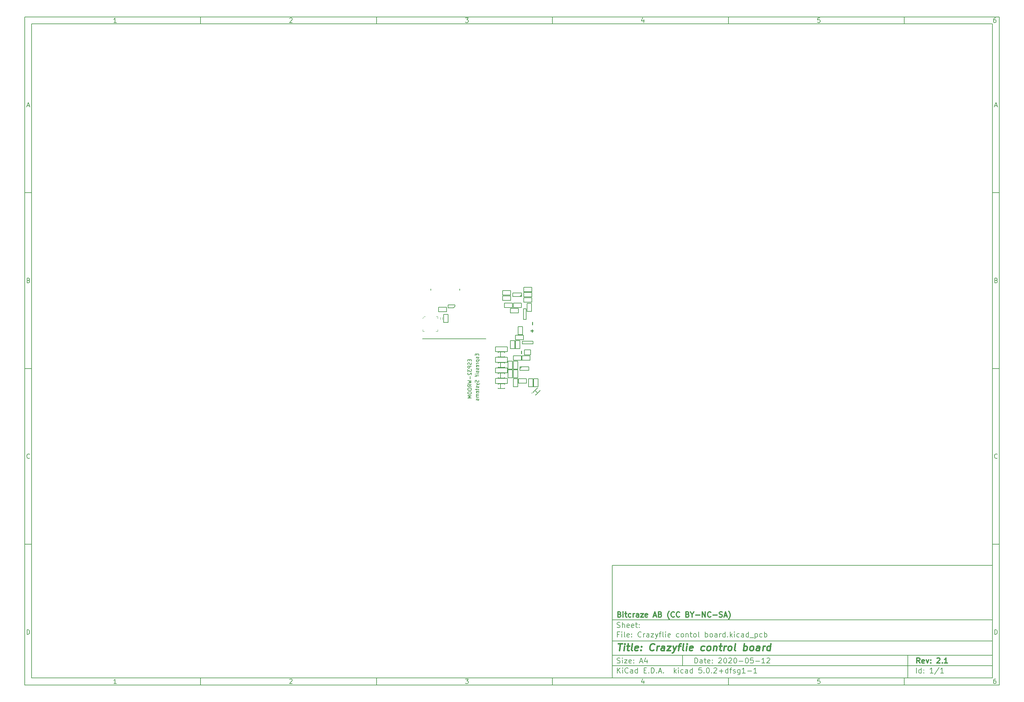
<source format=gbo>
G04 #@! TF.GenerationSoftware,KiCad,Pcbnew,5.0.2+dfsg1-1*
G04 #@! TF.CreationDate,2020-05-20T11:42:17+02:00*
G04 #@! TF.ProjectId,Crazyflie contol board,4372617a-7966-46c6-9965-20636f6e746f,2.1*
G04 #@! TF.SameCoordinates,PX85839e8PY6052f5c*
G04 #@! TF.FileFunction,Legend,Bot*
G04 #@! TF.FilePolarity,Positive*
%FSLAX46Y46*%
G04 Gerber Fmt 4.6, Leading zero omitted, Abs format (unit mm)*
G04 Created by KiCad (PCBNEW 5.0.2+dfsg1-1) date wo 20 mei 2020 11:42:17 CEST*
%MOMM*%
%LPD*%
G01*
G04 APERTURE LIST*
%ADD10C,0.150000*%
%ADD11C,0.300000*%
%ADD12C,0.400000*%
%ADD13C,0.248920*%
%ADD14C,0.250190*%
%ADD15C,0.251460*%
%ADD16C,0.200660*%
%ADD17C,0.127000*%
%ADD18C,0.100000*%
%ADD19C,0.120000*%
G04 APERTURE END LIST*
D10*
X37002480Y-65004100D02*
X37002480Y-97004100D01*
X145002480Y-97004100D01*
X145002480Y-65004100D01*
X37002480Y-65004100D01*
X-129999720Y91003100D02*
X-129999720Y-99004100D01*
X147002480Y-99004100D01*
X147002480Y91003100D01*
X-129999720Y91003100D01*
X-127999720Y89003100D02*
X-127999720Y-97004100D01*
X145002480Y-97004100D01*
X145002480Y89003100D01*
X-127999720Y89003100D01*
X-79999720Y89003100D02*
X-79999720Y91003100D01*
X-29999720Y89003100D02*
X-29999720Y91003100D01*
X20000280Y89003100D02*
X20000280Y91003100D01*
X70000280Y89003100D02*
X70000280Y91003100D01*
X120000280Y89003100D02*
X120000280Y91003100D01*
X-103934244Y89415005D02*
X-104677101Y89415005D01*
X-104305673Y89415005D02*
X-104305673Y90715005D01*
X-104429482Y90529291D01*
X-104553292Y90405481D01*
X-104677101Y90343577D01*
X-54677101Y90591196D02*
X-54615197Y90653100D01*
X-54491387Y90715005D01*
X-54181863Y90715005D01*
X-54058054Y90653100D01*
X-53996149Y90591196D01*
X-53934244Y90467386D01*
X-53934244Y90343577D01*
X-53996149Y90157862D01*
X-54739006Y89415005D01*
X-53934244Y89415005D01*
X-4739006Y90715005D02*
X-3934244Y90715005D01*
X-4367578Y90219767D01*
X-4181863Y90219767D01*
X-4058054Y90157862D01*
X-3996149Y90095958D01*
X-3934244Y89972148D01*
X-3934244Y89662624D01*
X-3996149Y89538815D01*
X-4058054Y89476910D01*
X-4181863Y89415005D01*
X-4553292Y89415005D01*
X-4677101Y89476910D01*
X-4739006Y89538815D01*
X45941946Y90281672D02*
X45941946Y89415005D01*
X45632422Y90776910D02*
X45322899Y89848339D01*
X46127660Y89848339D01*
X96003851Y90715005D02*
X95384803Y90715005D01*
X95322899Y90095958D01*
X95384803Y90157862D01*
X95508613Y90219767D01*
X95818137Y90219767D01*
X95941946Y90157862D01*
X96003851Y90095958D01*
X96065756Y89972148D01*
X96065756Y89662624D01*
X96003851Y89538815D01*
X95941946Y89476910D01*
X95818137Y89415005D01*
X95508613Y89415005D01*
X95384803Y89476910D01*
X95322899Y89538815D01*
X145941946Y90715005D02*
X145694327Y90715005D01*
X145570518Y90653100D01*
X145508613Y90591196D01*
X145384803Y90405481D01*
X145322899Y90157862D01*
X145322899Y89662624D01*
X145384803Y89538815D01*
X145446708Y89476910D01*
X145570518Y89415005D01*
X145818137Y89415005D01*
X145941946Y89476910D01*
X146003851Y89538815D01*
X146065756Y89662624D01*
X146065756Y89972148D01*
X146003851Y90095958D01*
X145941946Y90157862D01*
X145818137Y90219767D01*
X145570518Y90219767D01*
X145446708Y90157862D01*
X145384803Y90095958D01*
X145322899Y89972148D01*
X-79999720Y-97004100D02*
X-79999720Y-99004100D01*
X-29999720Y-97004100D02*
X-29999720Y-99004100D01*
X20000280Y-97004100D02*
X20000280Y-99004100D01*
X70000280Y-97004100D02*
X70000280Y-99004100D01*
X120000280Y-97004100D02*
X120000280Y-99004100D01*
X-103934244Y-98592195D02*
X-104677101Y-98592195D01*
X-104305673Y-98592195D02*
X-104305673Y-97292195D01*
X-104429482Y-97477909D01*
X-104553292Y-97601719D01*
X-104677101Y-97663623D01*
X-54677101Y-97416004D02*
X-54615197Y-97354100D01*
X-54491387Y-97292195D01*
X-54181863Y-97292195D01*
X-54058054Y-97354100D01*
X-53996149Y-97416004D01*
X-53934244Y-97539814D01*
X-53934244Y-97663623D01*
X-53996149Y-97849338D01*
X-54739006Y-98592195D01*
X-53934244Y-98592195D01*
X-4739006Y-97292195D02*
X-3934244Y-97292195D01*
X-4367578Y-97787433D01*
X-4181863Y-97787433D01*
X-4058054Y-97849338D01*
X-3996149Y-97911242D01*
X-3934244Y-98035052D01*
X-3934244Y-98344576D01*
X-3996149Y-98468385D01*
X-4058054Y-98530290D01*
X-4181863Y-98592195D01*
X-4553292Y-98592195D01*
X-4677101Y-98530290D01*
X-4739006Y-98468385D01*
X45941946Y-97725528D02*
X45941946Y-98592195D01*
X45632422Y-97230290D02*
X45322899Y-98158861D01*
X46127660Y-98158861D01*
X96003851Y-97292195D02*
X95384803Y-97292195D01*
X95322899Y-97911242D01*
X95384803Y-97849338D01*
X95508613Y-97787433D01*
X95818137Y-97787433D01*
X95941946Y-97849338D01*
X96003851Y-97911242D01*
X96065756Y-98035052D01*
X96065756Y-98344576D01*
X96003851Y-98468385D01*
X95941946Y-98530290D01*
X95818137Y-98592195D01*
X95508613Y-98592195D01*
X95384803Y-98530290D01*
X95322899Y-98468385D01*
X145941946Y-97292195D02*
X145694327Y-97292195D01*
X145570518Y-97354100D01*
X145508613Y-97416004D01*
X145384803Y-97601719D01*
X145322899Y-97849338D01*
X145322899Y-98344576D01*
X145384803Y-98468385D01*
X145446708Y-98530290D01*
X145570518Y-98592195D01*
X145818137Y-98592195D01*
X145941946Y-98530290D01*
X146003851Y-98468385D01*
X146065756Y-98344576D01*
X146065756Y-98035052D01*
X146003851Y-97911242D01*
X145941946Y-97849338D01*
X145818137Y-97787433D01*
X145570518Y-97787433D01*
X145446708Y-97849338D01*
X145384803Y-97911242D01*
X145322899Y-98035052D01*
X-129999720Y41003100D02*
X-127999720Y41003100D01*
X-129999720Y-8996900D02*
X-127999720Y-8996900D01*
X-129999720Y-58996900D02*
X-127999720Y-58996900D01*
X-129309244Y65786434D02*
X-128690197Y65786434D01*
X-129433054Y65415005D02*
X-128999720Y66715005D01*
X-128566387Y65415005D01*
X-128906863Y16095958D02*
X-128721149Y16034053D01*
X-128659244Y15972148D01*
X-128597340Y15848339D01*
X-128597340Y15662624D01*
X-128659244Y15538815D01*
X-128721149Y15476910D01*
X-128844959Y15415005D01*
X-129340197Y15415005D01*
X-129340197Y16715005D01*
X-128906863Y16715005D01*
X-128783054Y16653100D01*
X-128721149Y16591196D01*
X-128659244Y16467386D01*
X-128659244Y16343577D01*
X-128721149Y16219767D01*
X-128783054Y16157862D01*
X-128906863Y16095958D01*
X-129340197Y16095958D01*
X-128597340Y-34461185D02*
X-128659244Y-34523090D01*
X-128844959Y-34584995D01*
X-128968768Y-34584995D01*
X-129154482Y-34523090D01*
X-129278292Y-34399280D01*
X-129340197Y-34275471D01*
X-129402101Y-34027852D01*
X-129402101Y-33842138D01*
X-129340197Y-33594519D01*
X-129278292Y-33470709D01*
X-129154482Y-33346900D01*
X-128968768Y-33284995D01*
X-128844959Y-33284995D01*
X-128659244Y-33346900D01*
X-128597340Y-33408804D01*
X-129340197Y-84584995D02*
X-129340197Y-83284995D01*
X-129030673Y-83284995D01*
X-128844959Y-83346900D01*
X-128721149Y-83470709D01*
X-128659244Y-83594519D01*
X-128597340Y-83842138D01*
X-128597340Y-84027852D01*
X-128659244Y-84275471D01*
X-128721149Y-84399280D01*
X-128844959Y-84523090D01*
X-129030673Y-84584995D01*
X-129340197Y-84584995D01*
X147002480Y41003100D02*
X145002480Y41003100D01*
X147002480Y-8996900D02*
X145002480Y-8996900D01*
X147002480Y-58996900D02*
X145002480Y-58996900D01*
X145692956Y65786434D02*
X146312003Y65786434D01*
X145569146Y65415005D02*
X146002480Y66715005D01*
X146435813Y65415005D01*
X146095337Y16095958D02*
X146281051Y16034053D01*
X146342956Y15972148D01*
X146404860Y15848339D01*
X146404860Y15662624D01*
X146342956Y15538815D01*
X146281051Y15476910D01*
X146157241Y15415005D01*
X145662003Y15415005D01*
X145662003Y16715005D01*
X146095337Y16715005D01*
X146219146Y16653100D01*
X146281051Y16591196D01*
X146342956Y16467386D01*
X146342956Y16343577D01*
X146281051Y16219767D01*
X146219146Y16157862D01*
X146095337Y16095958D01*
X145662003Y16095958D01*
X146404860Y-34461185D02*
X146342956Y-34523090D01*
X146157241Y-34584995D01*
X146033432Y-34584995D01*
X145847718Y-34523090D01*
X145723908Y-34399280D01*
X145662003Y-34275471D01*
X145600099Y-34027852D01*
X145600099Y-33842138D01*
X145662003Y-33594519D01*
X145723908Y-33470709D01*
X145847718Y-33346900D01*
X146033432Y-33284995D01*
X146157241Y-33284995D01*
X146342956Y-33346900D01*
X146404860Y-33408804D01*
X145662003Y-84584995D02*
X145662003Y-83284995D01*
X145971527Y-83284995D01*
X146157241Y-83346900D01*
X146281051Y-83470709D01*
X146342956Y-83594519D01*
X146404860Y-83842138D01*
X146404860Y-84027852D01*
X146342956Y-84275471D01*
X146281051Y-84399280D01*
X146157241Y-84523090D01*
X145971527Y-84584995D01*
X145662003Y-84584995D01*
X60434622Y-92782671D02*
X60434622Y-91282671D01*
X60791765Y-91282671D01*
X61006051Y-91354100D01*
X61148908Y-91496957D01*
X61220337Y-91639814D01*
X61291765Y-91925528D01*
X61291765Y-92139814D01*
X61220337Y-92425528D01*
X61148908Y-92568385D01*
X61006051Y-92711242D01*
X60791765Y-92782671D01*
X60434622Y-92782671D01*
X62577480Y-92782671D02*
X62577480Y-91996957D01*
X62506051Y-91854100D01*
X62363194Y-91782671D01*
X62077480Y-91782671D01*
X61934622Y-91854100D01*
X62577480Y-92711242D02*
X62434622Y-92782671D01*
X62077480Y-92782671D01*
X61934622Y-92711242D01*
X61863194Y-92568385D01*
X61863194Y-92425528D01*
X61934622Y-92282671D01*
X62077480Y-92211242D01*
X62434622Y-92211242D01*
X62577480Y-92139814D01*
X63077480Y-91782671D02*
X63648908Y-91782671D01*
X63291765Y-91282671D02*
X63291765Y-92568385D01*
X63363194Y-92711242D01*
X63506051Y-92782671D01*
X63648908Y-92782671D01*
X64720337Y-92711242D02*
X64577480Y-92782671D01*
X64291765Y-92782671D01*
X64148908Y-92711242D01*
X64077480Y-92568385D01*
X64077480Y-91996957D01*
X64148908Y-91854100D01*
X64291765Y-91782671D01*
X64577480Y-91782671D01*
X64720337Y-91854100D01*
X64791765Y-91996957D01*
X64791765Y-92139814D01*
X64077480Y-92282671D01*
X65434622Y-92639814D02*
X65506051Y-92711242D01*
X65434622Y-92782671D01*
X65363194Y-92711242D01*
X65434622Y-92639814D01*
X65434622Y-92782671D01*
X65434622Y-91854100D02*
X65506051Y-91925528D01*
X65434622Y-91996957D01*
X65363194Y-91925528D01*
X65434622Y-91854100D01*
X65434622Y-91996957D01*
X67220337Y-91425528D02*
X67291765Y-91354100D01*
X67434622Y-91282671D01*
X67791765Y-91282671D01*
X67934622Y-91354100D01*
X68006051Y-91425528D01*
X68077480Y-91568385D01*
X68077480Y-91711242D01*
X68006051Y-91925528D01*
X67148908Y-92782671D01*
X68077480Y-92782671D01*
X69006051Y-91282671D02*
X69148908Y-91282671D01*
X69291765Y-91354100D01*
X69363194Y-91425528D01*
X69434622Y-91568385D01*
X69506051Y-91854100D01*
X69506051Y-92211242D01*
X69434622Y-92496957D01*
X69363194Y-92639814D01*
X69291765Y-92711242D01*
X69148908Y-92782671D01*
X69006051Y-92782671D01*
X68863194Y-92711242D01*
X68791765Y-92639814D01*
X68720337Y-92496957D01*
X68648908Y-92211242D01*
X68648908Y-91854100D01*
X68720337Y-91568385D01*
X68791765Y-91425528D01*
X68863194Y-91354100D01*
X69006051Y-91282671D01*
X70077480Y-91425528D02*
X70148908Y-91354100D01*
X70291765Y-91282671D01*
X70648908Y-91282671D01*
X70791765Y-91354100D01*
X70863194Y-91425528D01*
X70934622Y-91568385D01*
X70934622Y-91711242D01*
X70863194Y-91925528D01*
X70006051Y-92782671D01*
X70934622Y-92782671D01*
X71863194Y-91282671D02*
X72006051Y-91282671D01*
X72148908Y-91354100D01*
X72220337Y-91425528D01*
X72291765Y-91568385D01*
X72363194Y-91854100D01*
X72363194Y-92211242D01*
X72291765Y-92496957D01*
X72220337Y-92639814D01*
X72148908Y-92711242D01*
X72006051Y-92782671D01*
X71863194Y-92782671D01*
X71720337Y-92711242D01*
X71648908Y-92639814D01*
X71577480Y-92496957D01*
X71506051Y-92211242D01*
X71506051Y-91854100D01*
X71577480Y-91568385D01*
X71648908Y-91425528D01*
X71720337Y-91354100D01*
X71863194Y-91282671D01*
X73006051Y-92211242D02*
X74148908Y-92211242D01*
X75148908Y-91282671D02*
X75291765Y-91282671D01*
X75434622Y-91354100D01*
X75506051Y-91425528D01*
X75577480Y-91568385D01*
X75648908Y-91854100D01*
X75648908Y-92211242D01*
X75577480Y-92496957D01*
X75506051Y-92639814D01*
X75434622Y-92711242D01*
X75291765Y-92782671D01*
X75148908Y-92782671D01*
X75006051Y-92711242D01*
X74934622Y-92639814D01*
X74863194Y-92496957D01*
X74791765Y-92211242D01*
X74791765Y-91854100D01*
X74863194Y-91568385D01*
X74934622Y-91425528D01*
X75006051Y-91354100D01*
X75148908Y-91282671D01*
X77006051Y-91282671D02*
X76291765Y-91282671D01*
X76220337Y-91996957D01*
X76291765Y-91925528D01*
X76434622Y-91854100D01*
X76791765Y-91854100D01*
X76934622Y-91925528D01*
X77006051Y-91996957D01*
X77077480Y-92139814D01*
X77077480Y-92496957D01*
X77006051Y-92639814D01*
X76934622Y-92711242D01*
X76791765Y-92782671D01*
X76434622Y-92782671D01*
X76291765Y-92711242D01*
X76220337Y-92639814D01*
X77720337Y-92211242D02*
X78863194Y-92211242D01*
X80363194Y-92782671D02*
X79506051Y-92782671D01*
X79934622Y-92782671D02*
X79934622Y-91282671D01*
X79791765Y-91496957D01*
X79648908Y-91639814D01*
X79506051Y-91711242D01*
X80934622Y-91425528D02*
X81006051Y-91354100D01*
X81148908Y-91282671D01*
X81506051Y-91282671D01*
X81648908Y-91354100D01*
X81720337Y-91425528D01*
X81791765Y-91568385D01*
X81791765Y-91711242D01*
X81720337Y-91925528D01*
X80863194Y-92782671D01*
X81791765Y-92782671D01*
X37002480Y-93504100D02*
X145002480Y-93504100D01*
X38434622Y-95582671D02*
X38434622Y-94082671D01*
X39291765Y-95582671D02*
X38648908Y-94725528D01*
X39291765Y-94082671D02*
X38434622Y-94939814D01*
X39934622Y-95582671D02*
X39934622Y-94582671D01*
X39934622Y-94082671D02*
X39863194Y-94154100D01*
X39934622Y-94225528D01*
X40006051Y-94154100D01*
X39934622Y-94082671D01*
X39934622Y-94225528D01*
X41506051Y-95439814D02*
X41434622Y-95511242D01*
X41220337Y-95582671D01*
X41077480Y-95582671D01*
X40863194Y-95511242D01*
X40720337Y-95368385D01*
X40648908Y-95225528D01*
X40577480Y-94939814D01*
X40577480Y-94725528D01*
X40648908Y-94439814D01*
X40720337Y-94296957D01*
X40863194Y-94154100D01*
X41077480Y-94082671D01*
X41220337Y-94082671D01*
X41434622Y-94154100D01*
X41506051Y-94225528D01*
X42791765Y-95582671D02*
X42791765Y-94796957D01*
X42720337Y-94654100D01*
X42577480Y-94582671D01*
X42291765Y-94582671D01*
X42148908Y-94654100D01*
X42791765Y-95511242D02*
X42648908Y-95582671D01*
X42291765Y-95582671D01*
X42148908Y-95511242D01*
X42077480Y-95368385D01*
X42077480Y-95225528D01*
X42148908Y-95082671D01*
X42291765Y-95011242D01*
X42648908Y-95011242D01*
X42791765Y-94939814D01*
X44148908Y-95582671D02*
X44148908Y-94082671D01*
X44148908Y-95511242D02*
X44006051Y-95582671D01*
X43720337Y-95582671D01*
X43577480Y-95511242D01*
X43506051Y-95439814D01*
X43434622Y-95296957D01*
X43434622Y-94868385D01*
X43506051Y-94725528D01*
X43577480Y-94654100D01*
X43720337Y-94582671D01*
X44006051Y-94582671D01*
X44148908Y-94654100D01*
X46006051Y-94796957D02*
X46506051Y-94796957D01*
X46720337Y-95582671D02*
X46006051Y-95582671D01*
X46006051Y-94082671D01*
X46720337Y-94082671D01*
X47363194Y-95439814D02*
X47434622Y-95511242D01*
X47363194Y-95582671D01*
X47291765Y-95511242D01*
X47363194Y-95439814D01*
X47363194Y-95582671D01*
X48077480Y-95582671D02*
X48077480Y-94082671D01*
X48434622Y-94082671D01*
X48648908Y-94154100D01*
X48791765Y-94296957D01*
X48863194Y-94439814D01*
X48934622Y-94725528D01*
X48934622Y-94939814D01*
X48863194Y-95225528D01*
X48791765Y-95368385D01*
X48648908Y-95511242D01*
X48434622Y-95582671D01*
X48077480Y-95582671D01*
X49577480Y-95439814D02*
X49648908Y-95511242D01*
X49577480Y-95582671D01*
X49506051Y-95511242D01*
X49577480Y-95439814D01*
X49577480Y-95582671D01*
X50220337Y-95154100D02*
X50934622Y-95154100D01*
X50077480Y-95582671D02*
X50577480Y-94082671D01*
X51077480Y-95582671D01*
X51577480Y-95439814D02*
X51648908Y-95511242D01*
X51577480Y-95582671D01*
X51506051Y-95511242D01*
X51577480Y-95439814D01*
X51577480Y-95582671D01*
X54577480Y-95582671D02*
X54577480Y-94082671D01*
X54720337Y-95011242D02*
X55148908Y-95582671D01*
X55148908Y-94582671D02*
X54577480Y-95154100D01*
X55791765Y-95582671D02*
X55791765Y-94582671D01*
X55791765Y-94082671D02*
X55720337Y-94154100D01*
X55791765Y-94225528D01*
X55863194Y-94154100D01*
X55791765Y-94082671D01*
X55791765Y-94225528D01*
X57148908Y-95511242D02*
X57006051Y-95582671D01*
X56720337Y-95582671D01*
X56577480Y-95511242D01*
X56506051Y-95439814D01*
X56434622Y-95296957D01*
X56434622Y-94868385D01*
X56506051Y-94725528D01*
X56577480Y-94654100D01*
X56720337Y-94582671D01*
X57006051Y-94582671D01*
X57148908Y-94654100D01*
X58434622Y-95582671D02*
X58434622Y-94796957D01*
X58363194Y-94654100D01*
X58220337Y-94582671D01*
X57934622Y-94582671D01*
X57791765Y-94654100D01*
X58434622Y-95511242D02*
X58291765Y-95582671D01*
X57934622Y-95582671D01*
X57791765Y-95511242D01*
X57720337Y-95368385D01*
X57720337Y-95225528D01*
X57791765Y-95082671D01*
X57934622Y-95011242D01*
X58291765Y-95011242D01*
X58434622Y-94939814D01*
X59791765Y-95582671D02*
X59791765Y-94082671D01*
X59791765Y-95511242D02*
X59648908Y-95582671D01*
X59363194Y-95582671D01*
X59220337Y-95511242D01*
X59148908Y-95439814D01*
X59077480Y-95296957D01*
X59077480Y-94868385D01*
X59148908Y-94725528D01*
X59220337Y-94654100D01*
X59363194Y-94582671D01*
X59648908Y-94582671D01*
X59791765Y-94654100D01*
X62363194Y-94082671D02*
X61648908Y-94082671D01*
X61577480Y-94796957D01*
X61648908Y-94725528D01*
X61791765Y-94654100D01*
X62148908Y-94654100D01*
X62291765Y-94725528D01*
X62363194Y-94796957D01*
X62434622Y-94939814D01*
X62434622Y-95296957D01*
X62363194Y-95439814D01*
X62291765Y-95511242D01*
X62148908Y-95582671D01*
X61791765Y-95582671D01*
X61648908Y-95511242D01*
X61577480Y-95439814D01*
X63077480Y-95439814D02*
X63148908Y-95511242D01*
X63077480Y-95582671D01*
X63006051Y-95511242D01*
X63077480Y-95439814D01*
X63077480Y-95582671D01*
X64077480Y-94082671D02*
X64220337Y-94082671D01*
X64363194Y-94154100D01*
X64434622Y-94225528D01*
X64506051Y-94368385D01*
X64577480Y-94654100D01*
X64577480Y-95011242D01*
X64506051Y-95296957D01*
X64434622Y-95439814D01*
X64363194Y-95511242D01*
X64220337Y-95582671D01*
X64077480Y-95582671D01*
X63934622Y-95511242D01*
X63863194Y-95439814D01*
X63791765Y-95296957D01*
X63720337Y-95011242D01*
X63720337Y-94654100D01*
X63791765Y-94368385D01*
X63863194Y-94225528D01*
X63934622Y-94154100D01*
X64077480Y-94082671D01*
X65220337Y-95439814D02*
X65291765Y-95511242D01*
X65220337Y-95582671D01*
X65148908Y-95511242D01*
X65220337Y-95439814D01*
X65220337Y-95582671D01*
X65863194Y-94225528D02*
X65934622Y-94154100D01*
X66077480Y-94082671D01*
X66434622Y-94082671D01*
X66577480Y-94154100D01*
X66648908Y-94225528D01*
X66720337Y-94368385D01*
X66720337Y-94511242D01*
X66648908Y-94725528D01*
X65791765Y-95582671D01*
X66720337Y-95582671D01*
X67363194Y-95011242D02*
X68506051Y-95011242D01*
X67934622Y-95582671D02*
X67934622Y-94439814D01*
X69863194Y-95582671D02*
X69863194Y-94082671D01*
X69863194Y-95511242D02*
X69720337Y-95582671D01*
X69434622Y-95582671D01*
X69291765Y-95511242D01*
X69220337Y-95439814D01*
X69148908Y-95296957D01*
X69148908Y-94868385D01*
X69220337Y-94725528D01*
X69291765Y-94654100D01*
X69434622Y-94582671D01*
X69720337Y-94582671D01*
X69863194Y-94654100D01*
X70363194Y-94582671D02*
X70934622Y-94582671D01*
X70577480Y-95582671D02*
X70577480Y-94296957D01*
X70648908Y-94154100D01*
X70791765Y-94082671D01*
X70934622Y-94082671D01*
X71363194Y-95511242D02*
X71506051Y-95582671D01*
X71791765Y-95582671D01*
X71934622Y-95511242D01*
X72006051Y-95368385D01*
X72006051Y-95296957D01*
X71934622Y-95154100D01*
X71791765Y-95082671D01*
X71577480Y-95082671D01*
X71434622Y-95011242D01*
X71363194Y-94868385D01*
X71363194Y-94796957D01*
X71434622Y-94654100D01*
X71577480Y-94582671D01*
X71791765Y-94582671D01*
X71934622Y-94654100D01*
X73291765Y-94582671D02*
X73291765Y-95796957D01*
X73220337Y-95939814D01*
X73148908Y-96011242D01*
X73006051Y-96082671D01*
X72791765Y-96082671D01*
X72648908Y-96011242D01*
X73291765Y-95511242D02*
X73148908Y-95582671D01*
X72863194Y-95582671D01*
X72720337Y-95511242D01*
X72648908Y-95439814D01*
X72577480Y-95296957D01*
X72577480Y-94868385D01*
X72648908Y-94725528D01*
X72720337Y-94654100D01*
X72863194Y-94582671D01*
X73148908Y-94582671D01*
X73291765Y-94654100D01*
X74791765Y-95582671D02*
X73934622Y-95582671D01*
X74363194Y-95582671D02*
X74363194Y-94082671D01*
X74220337Y-94296957D01*
X74077480Y-94439814D01*
X73934622Y-94511242D01*
X75434622Y-95011242D02*
X76577480Y-95011242D01*
X78077480Y-95582671D02*
X77220337Y-95582671D01*
X77648908Y-95582671D02*
X77648908Y-94082671D01*
X77506051Y-94296957D01*
X77363194Y-94439814D01*
X77220337Y-94511242D01*
X37002480Y-90504100D02*
X145002480Y-90504100D01*
D11*
X124411765Y-92782671D02*
X123911765Y-92068385D01*
X123554622Y-92782671D02*
X123554622Y-91282671D01*
X124126051Y-91282671D01*
X124268908Y-91354100D01*
X124340337Y-91425528D01*
X124411765Y-91568385D01*
X124411765Y-91782671D01*
X124340337Y-91925528D01*
X124268908Y-91996957D01*
X124126051Y-92068385D01*
X123554622Y-92068385D01*
X125626051Y-92711242D02*
X125483194Y-92782671D01*
X125197480Y-92782671D01*
X125054622Y-92711242D01*
X124983194Y-92568385D01*
X124983194Y-91996957D01*
X125054622Y-91854100D01*
X125197480Y-91782671D01*
X125483194Y-91782671D01*
X125626051Y-91854100D01*
X125697480Y-91996957D01*
X125697480Y-92139814D01*
X124983194Y-92282671D01*
X126197480Y-91782671D02*
X126554622Y-92782671D01*
X126911765Y-91782671D01*
X127483194Y-92639814D02*
X127554622Y-92711242D01*
X127483194Y-92782671D01*
X127411765Y-92711242D01*
X127483194Y-92639814D01*
X127483194Y-92782671D01*
X127483194Y-91854100D02*
X127554622Y-91925528D01*
X127483194Y-91996957D01*
X127411765Y-91925528D01*
X127483194Y-91854100D01*
X127483194Y-91996957D01*
X129268908Y-91425528D02*
X129340337Y-91354100D01*
X129483194Y-91282671D01*
X129840337Y-91282671D01*
X129983194Y-91354100D01*
X130054622Y-91425528D01*
X130126051Y-91568385D01*
X130126051Y-91711242D01*
X130054622Y-91925528D01*
X129197480Y-92782671D01*
X130126051Y-92782671D01*
X130768908Y-92639814D02*
X130840337Y-92711242D01*
X130768908Y-92782671D01*
X130697480Y-92711242D01*
X130768908Y-92639814D01*
X130768908Y-92782671D01*
X132268908Y-92782671D02*
X131411765Y-92782671D01*
X131840337Y-92782671D02*
X131840337Y-91282671D01*
X131697480Y-91496957D01*
X131554622Y-91639814D01*
X131411765Y-91711242D01*
D10*
X38363194Y-92711242D02*
X38577480Y-92782671D01*
X38934622Y-92782671D01*
X39077480Y-92711242D01*
X39148908Y-92639814D01*
X39220337Y-92496957D01*
X39220337Y-92354100D01*
X39148908Y-92211242D01*
X39077480Y-92139814D01*
X38934622Y-92068385D01*
X38648908Y-91996957D01*
X38506051Y-91925528D01*
X38434622Y-91854100D01*
X38363194Y-91711242D01*
X38363194Y-91568385D01*
X38434622Y-91425528D01*
X38506051Y-91354100D01*
X38648908Y-91282671D01*
X39006051Y-91282671D01*
X39220337Y-91354100D01*
X39863194Y-92782671D02*
X39863194Y-91782671D01*
X39863194Y-91282671D02*
X39791765Y-91354100D01*
X39863194Y-91425528D01*
X39934622Y-91354100D01*
X39863194Y-91282671D01*
X39863194Y-91425528D01*
X40434622Y-91782671D02*
X41220337Y-91782671D01*
X40434622Y-92782671D01*
X41220337Y-92782671D01*
X42363194Y-92711242D02*
X42220337Y-92782671D01*
X41934622Y-92782671D01*
X41791765Y-92711242D01*
X41720337Y-92568385D01*
X41720337Y-91996957D01*
X41791765Y-91854100D01*
X41934622Y-91782671D01*
X42220337Y-91782671D01*
X42363194Y-91854100D01*
X42434622Y-91996957D01*
X42434622Y-92139814D01*
X41720337Y-92282671D01*
X43077480Y-92639814D02*
X43148908Y-92711242D01*
X43077480Y-92782671D01*
X43006051Y-92711242D01*
X43077480Y-92639814D01*
X43077480Y-92782671D01*
X43077480Y-91854100D02*
X43148908Y-91925528D01*
X43077480Y-91996957D01*
X43006051Y-91925528D01*
X43077480Y-91854100D01*
X43077480Y-91996957D01*
X44863194Y-92354100D02*
X45577480Y-92354100D01*
X44720337Y-92782671D02*
X45220337Y-91282671D01*
X45720337Y-92782671D01*
X46863194Y-91782671D02*
X46863194Y-92782671D01*
X46506051Y-91211242D02*
X46148908Y-92282671D01*
X47077480Y-92282671D01*
X123434622Y-95582671D02*
X123434622Y-94082671D01*
X124791765Y-95582671D02*
X124791765Y-94082671D01*
X124791765Y-95511242D02*
X124648908Y-95582671D01*
X124363194Y-95582671D01*
X124220337Y-95511242D01*
X124148908Y-95439814D01*
X124077480Y-95296957D01*
X124077480Y-94868385D01*
X124148908Y-94725528D01*
X124220337Y-94654100D01*
X124363194Y-94582671D01*
X124648908Y-94582671D01*
X124791765Y-94654100D01*
X125506051Y-95439814D02*
X125577480Y-95511242D01*
X125506051Y-95582671D01*
X125434622Y-95511242D01*
X125506051Y-95439814D01*
X125506051Y-95582671D01*
X125506051Y-94654100D02*
X125577480Y-94725528D01*
X125506051Y-94796957D01*
X125434622Y-94725528D01*
X125506051Y-94654100D01*
X125506051Y-94796957D01*
X128148908Y-95582671D02*
X127291765Y-95582671D01*
X127720337Y-95582671D02*
X127720337Y-94082671D01*
X127577480Y-94296957D01*
X127434622Y-94439814D01*
X127291765Y-94511242D01*
X129863194Y-94011242D02*
X128577480Y-95939814D01*
X131148908Y-95582671D02*
X130291765Y-95582671D01*
X130720337Y-95582671D02*
X130720337Y-94082671D01*
X130577480Y-94296957D01*
X130434622Y-94439814D01*
X130291765Y-94511242D01*
X37002480Y-86504100D02*
X145002480Y-86504100D01*
D12*
X38714860Y-87208861D02*
X39857718Y-87208861D01*
X39036289Y-89208861D02*
X39286289Y-87208861D01*
X40274384Y-89208861D02*
X40441051Y-87875528D01*
X40524384Y-87208861D02*
X40417241Y-87304100D01*
X40500575Y-87399338D01*
X40607718Y-87304100D01*
X40524384Y-87208861D01*
X40500575Y-87399338D01*
X41107718Y-87875528D02*
X41869622Y-87875528D01*
X41476765Y-87208861D02*
X41262480Y-88923147D01*
X41333908Y-89113623D01*
X41512480Y-89208861D01*
X41702956Y-89208861D01*
X42655337Y-89208861D02*
X42476765Y-89113623D01*
X42405337Y-88923147D01*
X42619622Y-87208861D01*
X44191051Y-89113623D02*
X43988670Y-89208861D01*
X43607718Y-89208861D01*
X43429146Y-89113623D01*
X43357718Y-88923147D01*
X43452956Y-88161242D01*
X43572003Y-87970766D01*
X43774384Y-87875528D01*
X44155337Y-87875528D01*
X44333908Y-87970766D01*
X44405337Y-88161242D01*
X44381527Y-88351719D01*
X43405337Y-88542195D01*
X45155337Y-89018385D02*
X45238670Y-89113623D01*
X45131527Y-89208861D01*
X45048194Y-89113623D01*
X45155337Y-89018385D01*
X45131527Y-89208861D01*
X45286289Y-87970766D02*
X45369622Y-88066004D01*
X45262480Y-88161242D01*
X45179146Y-88066004D01*
X45286289Y-87970766D01*
X45262480Y-88161242D01*
X48774384Y-89018385D02*
X48667241Y-89113623D01*
X48369622Y-89208861D01*
X48179146Y-89208861D01*
X47905337Y-89113623D01*
X47738670Y-88923147D01*
X47667241Y-88732671D01*
X47619622Y-88351719D01*
X47655337Y-88066004D01*
X47798194Y-87685052D01*
X47917241Y-87494576D01*
X48131527Y-87304100D01*
X48429146Y-87208861D01*
X48619622Y-87208861D01*
X48893432Y-87304100D01*
X48976765Y-87399338D01*
X49607718Y-89208861D02*
X49774384Y-87875528D01*
X49726765Y-88256480D02*
X49845813Y-88066004D01*
X49952956Y-87970766D01*
X50155337Y-87875528D01*
X50345813Y-87875528D01*
X51702956Y-89208861D02*
X51833908Y-88161242D01*
X51762480Y-87970766D01*
X51583908Y-87875528D01*
X51202956Y-87875528D01*
X51000575Y-87970766D01*
X51714860Y-89113623D02*
X51512480Y-89208861D01*
X51036289Y-89208861D01*
X50857718Y-89113623D01*
X50786289Y-88923147D01*
X50810099Y-88732671D01*
X50929146Y-88542195D01*
X51131527Y-88446957D01*
X51607718Y-88446957D01*
X51810099Y-88351719D01*
X52631527Y-87875528D02*
X53679146Y-87875528D01*
X52464860Y-89208861D01*
X53512480Y-89208861D01*
X54250575Y-87875528D02*
X54560099Y-89208861D01*
X55202956Y-87875528D02*
X54560099Y-89208861D01*
X54310099Y-89685052D01*
X54202956Y-89780290D01*
X54000575Y-89875528D01*
X55679146Y-87875528D02*
X56441051Y-87875528D01*
X55798194Y-89208861D02*
X56012480Y-87494576D01*
X56131527Y-87304100D01*
X56333908Y-87208861D01*
X56524384Y-87208861D01*
X57226765Y-89208861D02*
X57048194Y-89113623D01*
X56976765Y-88923147D01*
X57191051Y-87208861D01*
X57988670Y-89208861D02*
X58155337Y-87875528D01*
X58238670Y-87208861D02*
X58131527Y-87304100D01*
X58214860Y-87399338D01*
X58322003Y-87304100D01*
X58238670Y-87208861D01*
X58214860Y-87399338D01*
X59714860Y-89113623D02*
X59512480Y-89208861D01*
X59131527Y-89208861D01*
X58952956Y-89113623D01*
X58881527Y-88923147D01*
X58976765Y-88161242D01*
X59095813Y-87970766D01*
X59298194Y-87875528D01*
X59679146Y-87875528D01*
X59857718Y-87970766D01*
X59929146Y-88161242D01*
X59905337Y-88351719D01*
X58929146Y-88542195D01*
X63048194Y-89113623D02*
X62845813Y-89208861D01*
X62464860Y-89208861D01*
X62286289Y-89113623D01*
X62202956Y-89018385D01*
X62131527Y-88827909D01*
X62202956Y-88256480D01*
X62322003Y-88066004D01*
X62429146Y-87970766D01*
X62631527Y-87875528D01*
X63012480Y-87875528D01*
X63191051Y-87970766D01*
X64179146Y-89208861D02*
X64000575Y-89113623D01*
X63917241Y-89018385D01*
X63845813Y-88827909D01*
X63917241Y-88256480D01*
X64036289Y-88066004D01*
X64143432Y-87970766D01*
X64345813Y-87875528D01*
X64631527Y-87875528D01*
X64810099Y-87970766D01*
X64893432Y-88066004D01*
X64964860Y-88256480D01*
X64893432Y-88827909D01*
X64774384Y-89018385D01*
X64667241Y-89113623D01*
X64464860Y-89208861D01*
X64179146Y-89208861D01*
X65869622Y-87875528D02*
X65702956Y-89208861D01*
X65845813Y-88066004D02*
X65952956Y-87970766D01*
X66155337Y-87875528D01*
X66441051Y-87875528D01*
X66619622Y-87970766D01*
X66691051Y-88161242D01*
X66560099Y-89208861D01*
X67393432Y-87875528D02*
X68155337Y-87875528D01*
X67762480Y-87208861D02*
X67548194Y-88923147D01*
X67619622Y-89113623D01*
X67798194Y-89208861D01*
X67988670Y-89208861D01*
X68655337Y-89208861D02*
X68822003Y-87875528D01*
X68774384Y-88256480D02*
X68893432Y-88066004D01*
X69000575Y-87970766D01*
X69202956Y-87875528D01*
X69393432Y-87875528D01*
X70179146Y-89208861D02*
X70000575Y-89113623D01*
X69917241Y-89018385D01*
X69845813Y-88827909D01*
X69917241Y-88256480D01*
X70036289Y-88066004D01*
X70143432Y-87970766D01*
X70345813Y-87875528D01*
X70631527Y-87875528D01*
X70810099Y-87970766D01*
X70893432Y-88066004D01*
X70964860Y-88256480D01*
X70893432Y-88827909D01*
X70774384Y-89018385D01*
X70667241Y-89113623D01*
X70464860Y-89208861D01*
X70179146Y-89208861D01*
X71988670Y-89208861D02*
X71810099Y-89113623D01*
X71738670Y-88923147D01*
X71952956Y-87208861D01*
X74274384Y-89208861D02*
X74524384Y-87208861D01*
X74429146Y-87970766D02*
X74631527Y-87875528D01*
X75012480Y-87875528D01*
X75191051Y-87970766D01*
X75274384Y-88066004D01*
X75345813Y-88256480D01*
X75274384Y-88827909D01*
X75155337Y-89018385D01*
X75048194Y-89113623D01*
X74845813Y-89208861D01*
X74464860Y-89208861D01*
X74286289Y-89113623D01*
X76369622Y-89208861D02*
X76191051Y-89113623D01*
X76107718Y-89018385D01*
X76036289Y-88827909D01*
X76107718Y-88256480D01*
X76226765Y-88066004D01*
X76333908Y-87970766D01*
X76536289Y-87875528D01*
X76822003Y-87875528D01*
X77000575Y-87970766D01*
X77083908Y-88066004D01*
X77155337Y-88256480D01*
X77083908Y-88827909D01*
X76964860Y-89018385D01*
X76857718Y-89113623D01*
X76655337Y-89208861D01*
X76369622Y-89208861D01*
X78750575Y-89208861D02*
X78881527Y-88161242D01*
X78810099Y-87970766D01*
X78631527Y-87875528D01*
X78250575Y-87875528D01*
X78048194Y-87970766D01*
X78762480Y-89113623D02*
X78560099Y-89208861D01*
X78083908Y-89208861D01*
X77905337Y-89113623D01*
X77833908Y-88923147D01*
X77857718Y-88732671D01*
X77976765Y-88542195D01*
X78179146Y-88446957D01*
X78655337Y-88446957D01*
X78857718Y-88351719D01*
X79702956Y-89208861D02*
X79869622Y-87875528D01*
X79822003Y-88256480D02*
X79941051Y-88066004D01*
X80048194Y-87970766D01*
X80250575Y-87875528D01*
X80441051Y-87875528D01*
X81798194Y-89208861D02*
X82048194Y-87208861D01*
X81810099Y-89113623D02*
X81607718Y-89208861D01*
X81226765Y-89208861D01*
X81048194Y-89113623D01*
X80964860Y-89018385D01*
X80893432Y-88827909D01*
X80964860Y-88256480D01*
X81083908Y-88066004D01*
X81191051Y-87970766D01*
X81393432Y-87875528D01*
X81774384Y-87875528D01*
X81952956Y-87970766D01*
D10*
X38934622Y-84596957D02*
X38434622Y-84596957D01*
X38434622Y-85382671D02*
X38434622Y-83882671D01*
X39148908Y-83882671D01*
X39720337Y-85382671D02*
X39720337Y-84382671D01*
X39720337Y-83882671D02*
X39648908Y-83954100D01*
X39720337Y-84025528D01*
X39791765Y-83954100D01*
X39720337Y-83882671D01*
X39720337Y-84025528D01*
X40648908Y-85382671D02*
X40506051Y-85311242D01*
X40434622Y-85168385D01*
X40434622Y-83882671D01*
X41791765Y-85311242D02*
X41648908Y-85382671D01*
X41363194Y-85382671D01*
X41220337Y-85311242D01*
X41148908Y-85168385D01*
X41148908Y-84596957D01*
X41220337Y-84454100D01*
X41363194Y-84382671D01*
X41648908Y-84382671D01*
X41791765Y-84454100D01*
X41863194Y-84596957D01*
X41863194Y-84739814D01*
X41148908Y-84882671D01*
X42506051Y-85239814D02*
X42577480Y-85311242D01*
X42506051Y-85382671D01*
X42434622Y-85311242D01*
X42506051Y-85239814D01*
X42506051Y-85382671D01*
X42506051Y-84454100D02*
X42577480Y-84525528D01*
X42506051Y-84596957D01*
X42434622Y-84525528D01*
X42506051Y-84454100D01*
X42506051Y-84596957D01*
X45220337Y-85239814D02*
X45148908Y-85311242D01*
X44934622Y-85382671D01*
X44791765Y-85382671D01*
X44577480Y-85311242D01*
X44434622Y-85168385D01*
X44363194Y-85025528D01*
X44291765Y-84739814D01*
X44291765Y-84525528D01*
X44363194Y-84239814D01*
X44434622Y-84096957D01*
X44577480Y-83954100D01*
X44791765Y-83882671D01*
X44934622Y-83882671D01*
X45148908Y-83954100D01*
X45220337Y-84025528D01*
X45863194Y-85382671D02*
X45863194Y-84382671D01*
X45863194Y-84668385D02*
X45934622Y-84525528D01*
X46006051Y-84454100D01*
X46148908Y-84382671D01*
X46291765Y-84382671D01*
X47434622Y-85382671D02*
X47434622Y-84596957D01*
X47363194Y-84454100D01*
X47220337Y-84382671D01*
X46934622Y-84382671D01*
X46791765Y-84454100D01*
X47434622Y-85311242D02*
X47291765Y-85382671D01*
X46934622Y-85382671D01*
X46791765Y-85311242D01*
X46720337Y-85168385D01*
X46720337Y-85025528D01*
X46791765Y-84882671D01*
X46934622Y-84811242D01*
X47291765Y-84811242D01*
X47434622Y-84739814D01*
X48006051Y-84382671D02*
X48791765Y-84382671D01*
X48006051Y-85382671D01*
X48791765Y-85382671D01*
X49220337Y-84382671D02*
X49577480Y-85382671D01*
X49934622Y-84382671D02*
X49577480Y-85382671D01*
X49434622Y-85739814D01*
X49363194Y-85811242D01*
X49220337Y-85882671D01*
X50291765Y-84382671D02*
X50863194Y-84382671D01*
X50506051Y-85382671D02*
X50506051Y-84096957D01*
X50577480Y-83954100D01*
X50720337Y-83882671D01*
X50863194Y-83882671D01*
X51577480Y-85382671D02*
X51434622Y-85311242D01*
X51363194Y-85168385D01*
X51363194Y-83882671D01*
X52148908Y-85382671D02*
X52148908Y-84382671D01*
X52148908Y-83882671D02*
X52077480Y-83954100D01*
X52148908Y-84025528D01*
X52220337Y-83954100D01*
X52148908Y-83882671D01*
X52148908Y-84025528D01*
X53434622Y-85311242D02*
X53291765Y-85382671D01*
X53006051Y-85382671D01*
X52863194Y-85311242D01*
X52791765Y-85168385D01*
X52791765Y-84596957D01*
X52863194Y-84454100D01*
X53006051Y-84382671D01*
X53291765Y-84382671D01*
X53434622Y-84454100D01*
X53506051Y-84596957D01*
X53506051Y-84739814D01*
X52791765Y-84882671D01*
X55934622Y-85311242D02*
X55791765Y-85382671D01*
X55506051Y-85382671D01*
X55363194Y-85311242D01*
X55291765Y-85239814D01*
X55220337Y-85096957D01*
X55220337Y-84668385D01*
X55291765Y-84525528D01*
X55363194Y-84454100D01*
X55506051Y-84382671D01*
X55791765Y-84382671D01*
X55934622Y-84454100D01*
X56791765Y-85382671D02*
X56648908Y-85311242D01*
X56577480Y-85239814D01*
X56506051Y-85096957D01*
X56506051Y-84668385D01*
X56577480Y-84525528D01*
X56648908Y-84454100D01*
X56791765Y-84382671D01*
X57006051Y-84382671D01*
X57148908Y-84454100D01*
X57220337Y-84525528D01*
X57291765Y-84668385D01*
X57291765Y-85096957D01*
X57220337Y-85239814D01*
X57148908Y-85311242D01*
X57006051Y-85382671D01*
X56791765Y-85382671D01*
X57934622Y-84382671D02*
X57934622Y-85382671D01*
X57934622Y-84525528D02*
X58006051Y-84454100D01*
X58148908Y-84382671D01*
X58363194Y-84382671D01*
X58506051Y-84454100D01*
X58577480Y-84596957D01*
X58577480Y-85382671D01*
X59077480Y-84382671D02*
X59648908Y-84382671D01*
X59291765Y-83882671D02*
X59291765Y-85168385D01*
X59363194Y-85311242D01*
X59506051Y-85382671D01*
X59648908Y-85382671D01*
X60363194Y-85382671D02*
X60220337Y-85311242D01*
X60148908Y-85239814D01*
X60077480Y-85096957D01*
X60077480Y-84668385D01*
X60148908Y-84525528D01*
X60220337Y-84454100D01*
X60363194Y-84382671D01*
X60577480Y-84382671D01*
X60720337Y-84454100D01*
X60791765Y-84525528D01*
X60863194Y-84668385D01*
X60863194Y-85096957D01*
X60791765Y-85239814D01*
X60720337Y-85311242D01*
X60577480Y-85382671D01*
X60363194Y-85382671D01*
X61720337Y-85382671D02*
X61577480Y-85311242D01*
X61506051Y-85168385D01*
X61506051Y-83882671D01*
X63434622Y-85382671D02*
X63434622Y-83882671D01*
X63434622Y-84454100D02*
X63577480Y-84382671D01*
X63863194Y-84382671D01*
X64006051Y-84454100D01*
X64077480Y-84525528D01*
X64148908Y-84668385D01*
X64148908Y-85096957D01*
X64077480Y-85239814D01*
X64006051Y-85311242D01*
X63863194Y-85382671D01*
X63577480Y-85382671D01*
X63434622Y-85311242D01*
X65006051Y-85382671D02*
X64863194Y-85311242D01*
X64791765Y-85239814D01*
X64720337Y-85096957D01*
X64720337Y-84668385D01*
X64791765Y-84525528D01*
X64863194Y-84454100D01*
X65006051Y-84382671D01*
X65220337Y-84382671D01*
X65363194Y-84454100D01*
X65434622Y-84525528D01*
X65506051Y-84668385D01*
X65506051Y-85096957D01*
X65434622Y-85239814D01*
X65363194Y-85311242D01*
X65220337Y-85382671D01*
X65006051Y-85382671D01*
X66791765Y-85382671D02*
X66791765Y-84596957D01*
X66720337Y-84454100D01*
X66577480Y-84382671D01*
X66291765Y-84382671D01*
X66148908Y-84454100D01*
X66791765Y-85311242D02*
X66648908Y-85382671D01*
X66291765Y-85382671D01*
X66148908Y-85311242D01*
X66077480Y-85168385D01*
X66077480Y-85025528D01*
X66148908Y-84882671D01*
X66291765Y-84811242D01*
X66648908Y-84811242D01*
X66791765Y-84739814D01*
X67506051Y-85382671D02*
X67506051Y-84382671D01*
X67506051Y-84668385D02*
X67577480Y-84525528D01*
X67648908Y-84454100D01*
X67791765Y-84382671D01*
X67934622Y-84382671D01*
X69077480Y-85382671D02*
X69077480Y-83882671D01*
X69077480Y-85311242D02*
X68934622Y-85382671D01*
X68648908Y-85382671D01*
X68506051Y-85311242D01*
X68434622Y-85239814D01*
X68363194Y-85096957D01*
X68363194Y-84668385D01*
X68434622Y-84525528D01*
X68506051Y-84454100D01*
X68648908Y-84382671D01*
X68934622Y-84382671D01*
X69077480Y-84454100D01*
X69791765Y-85239814D02*
X69863194Y-85311242D01*
X69791765Y-85382671D01*
X69720337Y-85311242D01*
X69791765Y-85239814D01*
X69791765Y-85382671D01*
X70506051Y-85382671D02*
X70506051Y-83882671D01*
X70648908Y-84811242D02*
X71077480Y-85382671D01*
X71077480Y-84382671D02*
X70506051Y-84954100D01*
X71720337Y-85382671D02*
X71720337Y-84382671D01*
X71720337Y-83882671D02*
X71648908Y-83954100D01*
X71720337Y-84025528D01*
X71791765Y-83954100D01*
X71720337Y-83882671D01*
X71720337Y-84025528D01*
X73077480Y-85311242D02*
X72934622Y-85382671D01*
X72648908Y-85382671D01*
X72506051Y-85311242D01*
X72434622Y-85239814D01*
X72363194Y-85096957D01*
X72363194Y-84668385D01*
X72434622Y-84525528D01*
X72506051Y-84454100D01*
X72648908Y-84382671D01*
X72934622Y-84382671D01*
X73077480Y-84454100D01*
X74363194Y-85382671D02*
X74363194Y-84596957D01*
X74291765Y-84454100D01*
X74148908Y-84382671D01*
X73863194Y-84382671D01*
X73720337Y-84454100D01*
X74363194Y-85311242D02*
X74220337Y-85382671D01*
X73863194Y-85382671D01*
X73720337Y-85311242D01*
X73648908Y-85168385D01*
X73648908Y-85025528D01*
X73720337Y-84882671D01*
X73863194Y-84811242D01*
X74220337Y-84811242D01*
X74363194Y-84739814D01*
X75720337Y-85382671D02*
X75720337Y-83882671D01*
X75720337Y-85311242D02*
X75577480Y-85382671D01*
X75291765Y-85382671D01*
X75148908Y-85311242D01*
X75077480Y-85239814D01*
X75006051Y-85096957D01*
X75006051Y-84668385D01*
X75077480Y-84525528D01*
X75148908Y-84454100D01*
X75291765Y-84382671D01*
X75577480Y-84382671D01*
X75720337Y-84454100D01*
X76077480Y-85525528D02*
X77220337Y-85525528D01*
X77577480Y-84382671D02*
X77577480Y-85882671D01*
X77577480Y-84454100D02*
X77720337Y-84382671D01*
X78006051Y-84382671D01*
X78148908Y-84454100D01*
X78220337Y-84525528D01*
X78291765Y-84668385D01*
X78291765Y-85096957D01*
X78220337Y-85239814D01*
X78148908Y-85311242D01*
X78006051Y-85382671D01*
X77720337Y-85382671D01*
X77577480Y-85311242D01*
X79577480Y-85311242D02*
X79434622Y-85382671D01*
X79148908Y-85382671D01*
X79006051Y-85311242D01*
X78934622Y-85239814D01*
X78863194Y-85096957D01*
X78863194Y-84668385D01*
X78934622Y-84525528D01*
X79006051Y-84454100D01*
X79148908Y-84382671D01*
X79434622Y-84382671D01*
X79577480Y-84454100D01*
X80220337Y-85382671D02*
X80220337Y-83882671D01*
X80220337Y-84454100D02*
X80363194Y-84382671D01*
X80648908Y-84382671D01*
X80791765Y-84454100D01*
X80863194Y-84525528D01*
X80934622Y-84668385D01*
X80934622Y-85096957D01*
X80863194Y-85239814D01*
X80791765Y-85311242D01*
X80648908Y-85382671D01*
X80363194Y-85382671D01*
X80220337Y-85311242D01*
X37002480Y-80504100D02*
X145002480Y-80504100D01*
X38363194Y-82611242D02*
X38577480Y-82682671D01*
X38934622Y-82682671D01*
X39077480Y-82611242D01*
X39148908Y-82539814D01*
X39220337Y-82396957D01*
X39220337Y-82254100D01*
X39148908Y-82111242D01*
X39077480Y-82039814D01*
X38934622Y-81968385D01*
X38648908Y-81896957D01*
X38506051Y-81825528D01*
X38434622Y-81754100D01*
X38363194Y-81611242D01*
X38363194Y-81468385D01*
X38434622Y-81325528D01*
X38506051Y-81254100D01*
X38648908Y-81182671D01*
X39006051Y-81182671D01*
X39220337Y-81254100D01*
X39863194Y-82682671D02*
X39863194Y-81182671D01*
X40506051Y-82682671D02*
X40506051Y-81896957D01*
X40434622Y-81754100D01*
X40291765Y-81682671D01*
X40077480Y-81682671D01*
X39934622Y-81754100D01*
X39863194Y-81825528D01*
X41791765Y-82611242D02*
X41648908Y-82682671D01*
X41363194Y-82682671D01*
X41220337Y-82611242D01*
X41148908Y-82468385D01*
X41148908Y-81896957D01*
X41220337Y-81754100D01*
X41363194Y-81682671D01*
X41648908Y-81682671D01*
X41791765Y-81754100D01*
X41863194Y-81896957D01*
X41863194Y-82039814D01*
X41148908Y-82182671D01*
X43077480Y-82611242D02*
X42934622Y-82682671D01*
X42648908Y-82682671D01*
X42506051Y-82611242D01*
X42434622Y-82468385D01*
X42434622Y-81896957D01*
X42506051Y-81754100D01*
X42648908Y-81682671D01*
X42934622Y-81682671D01*
X43077480Y-81754100D01*
X43148908Y-81896957D01*
X43148908Y-82039814D01*
X42434622Y-82182671D01*
X43577480Y-81682671D02*
X44148908Y-81682671D01*
X43791765Y-81182671D02*
X43791765Y-82468385D01*
X43863194Y-82611242D01*
X44006051Y-82682671D01*
X44148908Y-82682671D01*
X44648908Y-82539814D02*
X44720337Y-82611242D01*
X44648908Y-82682671D01*
X44577480Y-82611242D01*
X44648908Y-82539814D01*
X44648908Y-82682671D01*
X44648908Y-81754100D02*
X44720337Y-81825528D01*
X44648908Y-81896957D01*
X44577480Y-81825528D01*
X44648908Y-81754100D01*
X44648908Y-81896957D01*
D11*
X39054622Y-78896957D02*
X39268908Y-78968385D01*
X39340337Y-79039814D01*
X39411765Y-79182671D01*
X39411765Y-79396957D01*
X39340337Y-79539814D01*
X39268908Y-79611242D01*
X39126051Y-79682671D01*
X38554622Y-79682671D01*
X38554622Y-78182671D01*
X39054622Y-78182671D01*
X39197480Y-78254100D01*
X39268908Y-78325528D01*
X39340337Y-78468385D01*
X39340337Y-78611242D01*
X39268908Y-78754100D01*
X39197480Y-78825528D01*
X39054622Y-78896957D01*
X38554622Y-78896957D01*
X40054622Y-79682671D02*
X40054622Y-78682671D01*
X40054622Y-78182671D02*
X39983194Y-78254100D01*
X40054622Y-78325528D01*
X40126051Y-78254100D01*
X40054622Y-78182671D01*
X40054622Y-78325528D01*
X40554622Y-78682671D02*
X41126051Y-78682671D01*
X40768908Y-78182671D02*
X40768908Y-79468385D01*
X40840337Y-79611242D01*
X40983194Y-79682671D01*
X41126051Y-79682671D01*
X42268908Y-79611242D02*
X42126051Y-79682671D01*
X41840337Y-79682671D01*
X41697480Y-79611242D01*
X41626051Y-79539814D01*
X41554622Y-79396957D01*
X41554622Y-78968385D01*
X41626051Y-78825528D01*
X41697480Y-78754100D01*
X41840337Y-78682671D01*
X42126051Y-78682671D01*
X42268908Y-78754100D01*
X42911765Y-79682671D02*
X42911765Y-78682671D01*
X42911765Y-78968385D02*
X42983194Y-78825528D01*
X43054622Y-78754100D01*
X43197480Y-78682671D01*
X43340337Y-78682671D01*
X44483194Y-79682671D02*
X44483194Y-78896957D01*
X44411765Y-78754100D01*
X44268908Y-78682671D01*
X43983194Y-78682671D01*
X43840337Y-78754100D01*
X44483194Y-79611242D02*
X44340337Y-79682671D01*
X43983194Y-79682671D01*
X43840337Y-79611242D01*
X43768908Y-79468385D01*
X43768908Y-79325528D01*
X43840337Y-79182671D01*
X43983194Y-79111242D01*
X44340337Y-79111242D01*
X44483194Y-79039814D01*
X45054622Y-78682671D02*
X45840337Y-78682671D01*
X45054622Y-79682671D01*
X45840337Y-79682671D01*
X46983194Y-79611242D02*
X46840337Y-79682671D01*
X46554622Y-79682671D01*
X46411765Y-79611242D01*
X46340337Y-79468385D01*
X46340337Y-78896957D01*
X46411765Y-78754100D01*
X46554622Y-78682671D01*
X46840337Y-78682671D01*
X46983194Y-78754100D01*
X47054622Y-78896957D01*
X47054622Y-79039814D01*
X46340337Y-79182671D01*
X48768908Y-79254100D02*
X49483194Y-79254100D01*
X48626051Y-79682671D02*
X49126051Y-78182671D01*
X49626051Y-79682671D01*
X50626051Y-78896957D02*
X50840337Y-78968385D01*
X50911765Y-79039814D01*
X50983194Y-79182671D01*
X50983194Y-79396957D01*
X50911765Y-79539814D01*
X50840337Y-79611242D01*
X50697480Y-79682671D01*
X50126051Y-79682671D01*
X50126051Y-78182671D01*
X50626051Y-78182671D01*
X50768908Y-78254100D01*
X50840337Y-78325528D01*
X50911765Y-78468385D01*
X50911765Y-78611242D01*
X50840337Y-78754100D01*
X50768908Y-78825528D01*
X50626051Y-78896957D01*
X50126051Y-78896957D01*
X53197480Y-80254100D02*
X53126051Y-80182671D01*
X52983194Y-79968385D01*
X52911765Y-79825528D01*
X52840337Y-79611242D01*
X52768908Y-79254100D01*
X52768908Y-78968385D01*
X52840337Y-78611242D01*
X52911765Y-78396957D01*
X52983194Y-78254100D01*
X53126051Y-78039814D01*
X53197480Y-77968385D01*
X54626051Y-79539814D02*
X54554622Y-79611242D01*
X54340337Y-79682671D01*
X54197480Y-79682671D01*
X53983194Y-79611242D01*
X53840337Y-79468385D01*
X53768908Y-79325528D01*
X53697480Y-79039814D01*
X53697480Y-78825528D01*
X53768908Y-78539814D01*
X53840337Y-78396957D01*
X53983194Y-78254100D01*
X54197480Y-78182671D01*
X54340337Y-78182671D01*
X54554622Y-78254100D01*
X54626051Y-78325528D01*
X56126051Y-79539814D02*
X56054622Y-79611242D01*
X55840337Y-79682671D01*
X55697480Y-79682671D01*
X55483194Y-79611242D01*
X55340337Y-79468385D01*
X55268908Y-79325528D01*
X55197480Y-79039814D01*
X55197480Y-78825528D01*
X55268908Y-78539814D01*
X55340337Y-78396957D01*
X55483194Y-78254100D01*
X55697480Y-78182671D01*
X55840337Y-78182671D01*
X56054622Y-78254100D01*
X56126051Y-78325528D01*
X58411765Y-78896957D02*
X58626051Y-78968385D01*
X58697480Y-79039814D01*
X58768908Y-79182671D01*
X58768908Y-79396957D01*
X58697480Y-79539814D01*
X58626051Y-79611242D01*
X58483194Y-79682671D01*
X57911765Y-79682671D01*
X57911765Y-78182671D01*
X58411765Y-78182671D01*
X58554622Y-78254100D01*
X58626051Y-78325528D01*
X58697480Y-78468385D01*
X58697480Y-78611242D01*
X58626051Y-78754100D01*
X58554622Y-78825528D01*
X58411765Y-78896957D01*
X57911765Y-78896957D01*
X59697480Y-78968385D02*
X59697480Y-79682671D01*
X59197480Y-78182671D02*
X59697480Y-78968385D01*
X60197480Y-78182671D01*
X60697480Y-79111242D02*
X61840337Y-79111242D01*
X62554622Y-79682671D02*
X62554622Y-78182671D01*
X63411765Y-79682671D01*
X63411765Y-78182671D01*
X64983194Y-79539814D02*
X64911765Y-79611242D01*
X64697480Y-79682671D01*
X64554622Y-79682671D01*
X64340337Y-79611242D01*
X64197480Y-79468385D01*
X64126051Y-79325528D01*
X64054622Y-79039814D01*
X64054622Y-78825528D01*
X64126051Y-78539814D01*
X64197480Y-78396957D01*
X64340337Y-78254100D01*
X64554622Y-78182671D01*
X64697480Y-78182671D01*
X64911765Y-78254100D01*
X64983194Y-78325528D01*
X65626051Y-79111242D02*
X66768908Y-79111242D01*
X67411765Y-79611242D02*
X67626051Y-79682671D01*
X67983194Y-79682671D01*
X68126051Y-79611242D01*
X68197480Y-79539814D01*
X68268908Y-79396957D01*
X68268908Y-79254100D01*
X68197480Y-79111242D01*
X68126051Y-79039814D01*
X67983194Y-78968385D01*
X67697480Y-78896957D01*
X67554622Y-78825528D01*
X67483194Y-78754100D01*
X67411765Y-78611242D01*
X67411765Y-78468385D01*
X67483194Y-78325528D01*
X67554622Y-78254100D01*
X67697480Y-78182671D01*
X68054622Y-78182671D01*
X68268908Y-78254100D01*
X68840337Y-79254100D02*
X69554622Y-79254100D01*
X68697480Y-79682671D02*
X69197480Y-78182671D01*
X69697480Y-79682671D01*
X70054622Y-80254100D02*
X70126051Y-80182671D01*
X70268908Y-79968385D01*
X70340337Y-79825528D01*
X70411765Y-79611242D01*
X70483194Y-79254100D01*
X70483194Y-78968385D01*
X70411765Y-78611242D01*
X70340337Y-78396957D01*
X70268908Y-78254100D01*
X70126051Y-78039814D01*
X70054622Y-77968385D01*
D10*
X57002480Y-90504100D02*
X57002480Y-93504100D01*
X121002480Y-90504100D02*
X121002480Y-97004100D01*
D13*
X11201762Y-4788141D02*
X11201762Y-4025658D01*
D14*
X14272622Y3421139D02*
X14272622Y4183622D01*
D15*
D14*
X13819898Y1731918D02*
X14582381Y1731918D01*
X14201140Y1350676D02*
X14201140Y2113160D01*
D15*
D16*
G04 #@! TO.C,U9*
X10728960Y-9001760D02*
X11236960Y-8493760D01*
X10728960Y-9509760D02*
X10728960Y-8493760D01*
X10728960Y-8493760D02*
X13268960Y-8493760D01*
X13268960Y-8493760D02*
X13268960Y-9509760D01*
X13268960Y-9509760D02*
X10728960Y-9509760D01*
G04 #@! TO.C,U7*
X10756900Y11493500D02*
X11264900Y12001500D01*
X11264900Y11493500D02*
X11264900Y12509500D01*
X11264900Y12509500D02*
X8724900Y12509500D01*
X8724900Y12509500D02*
X8724900Y11493500D01*
X8724900Y11493500D02*
X11264900Y11493500D01*
D17*
G04 #@! TO.C,R38*
X15935960Y-14142720D02*
X15935960Y-11856720D01*
X15935960Y-11856720D02*
X14665960Y-11856720D01*
X14665960Y-11856720D02*
X14665960Y-14142720D01*
X14665960Y-14142720D02*
X15935960Y-14142720D01*
G04 #@! TO.C,Q6*
X11719560Y8023860D02*
X11719560Y4975860D01*
X11719560Y4975860D02*
X12481560Y4975860D01*
X12481560Y4975860D02*
X12481560Y8023860D01*
X12481560Y8023860D02*
X11719560Y8023860D01*
G04 #@! TO.C,Q5*
X11376660Y-1981200D02*
X14424660Y-1981200D01*
X14424660Y-1981200D02*
X14424660Y-1219200D01*
X14424660Y-1219200D02*
X11376660Y-1219200D01*
X11376660Y-1219200D02*
X11376660Y-1981200D01*
D16*
G04 #@! TO.C,P9*
X12001500Y-5100320D02*
X13799820Y-5100320D01*
X13799820Y-5100320D02*
X13799820Y-3698240D01*
X13799820Y-3698240D02*
X12001500Y-3698240D01*
X12001500Y-3698240D02*
X12001500Y-5100320D01*
D17*
G04 #@! TO.C,R33*
X12766040Y9542780D02*
X12766040Y7256780D01*
X12766040Y7256780D02*
X14036040Y7256780D01*
X14036040Y7256780D02*
X14036040Y9542780D01*
X14036040Y9542780D02*
X12766040Y9542780D01*
D16*
G04 #@! TO.C,P2*
X7198360Y-7200900D02*
X7198360Y-5798820D01*
X7198360Y-5798820D02*
X3799840Y-5798820D01*
X3799840Y-5798820D02*
X3799840Y-7200900D01*
X3799840Y-7200900D02*
X7198360Y-7200900D01*
G04 #@! TO.C,P4*
X7198360Y-13200380D02*
X7198360Y-11798300D01*
X7198360Y-11798300D02*
X3799840Y-11798300D01*
X3799840Y-11798300D02*
X3799840Y-13200380D01*
X3799840Y-13200380D02*
X7198360Y-13200380D01*
G04 #@! TO.C,P1*
X7198360Y-4201160D02*
X7198360Y-2799080D01*
X7198360Y-2799080D02*
X3799840Y-2799080D01*
X3799840Y-2799080D02*
X3799840Y-4201160D01*
X3799840Y-4201160D02*
X7198360Y-4201160D01*
G04 #@! TO.C,P3*
X7198360Y-10200640D02*
X7198360Y-8798560D01*
X7198360Y-8798560D02*
X3799840Y-8798560D01*
X3799840Y-8798560D02*
X3799840Y-10200640D01*
X3799840Y-10200640D02*
X7198360Y-10200640D01*
D17*
G04 #@! TO.C,D4*
X5199380Y-13299440D02*
X5199380Y-14701520D01*
X6398260Y-13500100D02*
X6398260Y-13299440D01*
X6398260Y-14701520D02*
X6398260Y-14500860D01*
X4599940Y-14500860D02*
X4599940Y-14701520D01*
X4599940Y-13299440D02*
X4599940Y-13500100D01*
X4599940Y-13299440D02*
X6398260Y-13299440D01*
X6398260Y-14701520D02*
X4599940Y-14701520D01*
G04 #@! TO.C,D3*
X5199380Y-10299700D02*
X5199380Y-11701780D01*
X6398260Y-10500360D02*
X6398260Y-10299700D01*
X6398260Y-11701780D02*
X6398260Y-11501120D01*
X4599940Y-11501120D02*
X4599940Y-11701780D01*
X4599940Y-10299700D02*
X4599940Y-10500360D01*
X4599940Y-10299700D02*
X6398260Y-10299700D01*
X6398260Y-11701780D02*
X4599940Y-11701780D01*
G04 #@! TO.C,D2*
X5199380Y-7299960D02*
X5199380Y-8702040D01*
X6398260Y-7500620D02*
X6398260Y-7299960D01*
X6398260Y-8702040D02*
X6398260Y-8501380D01*
X4599940Y-8501380D02*
X4599940Y-8702040D01*
X4599940Y-7299960D02*
X4599940Y-7500620D01*
X4599940Y-7299960D02*
X6398260Y-7299960D01*
X6398260Y-8702040D02*
X4599940Y-8702040D01*
G04 #@! TO.C,D1*
X5199380Y-4300220D02*
X5199380Y-5702300D01*
X6398260Y-4500880D02*
X6398260Y-4300220D01*
X6398260Y-5702300D02*
X6398260Y-5501640D01*
X4599940Y-5501640D02*
X4599940Y-5702300D01*
X4599940Y-4300220D02*
X4599940Y-4500880D01*
X4599940Y-4300220D02*
X6398260Y-4300220D01*
X6398260Y-5702300D02*
X4599940Y-5702300D01*
G04 #@! TO.C,R32*
X10734040Y-3342640D02*
X10734040Y-1056640D01*
X10734040Y-1056640D02*
X9464040Y-1056640D01*
X9464040Y-1056640D02*
X9464040Y-3342640D01*
X9464040Y-3342640D02*
X10734040Y-3342640D01*
G04 #@! TO.C,R30*
X11742420Y436880D02*
X9456420Y436880D01*
X9456420Y436880D02*
X9456420Y-833120D01*
X9456420Y-833120D02*
X11742420Y-833120D01*
X11742420Y-833120D02*
X11742420Y436880D01*
G04 #@! TO.C,R29*
X8856980Y-6637020D02*
X11142980Y-6637020D01*
X11142980Y-6637020D02*
X11142980Y-5367020D01*
X11142980Y-5367020D02*
X8856980Y-5367020D01*
X8856980Y-5367020D02*
X8856980Y-6637020D01*
G04 #@! TO.C,R28*
X8633460Y-11645900D02*
X8633460Y-9359900D01*
X8633460Y-9359900D02*
X7363460Y-9359900D01*
X7363460Y-9359900D02*
X7363460Y-11645900D01*
X7363460Y-11645900D02*
X8633460Y-11645900D01*
G04 #@! TO.C,R23*
X10134600Y-9144000D02*
X10134600Y-6858000D01*
X10134600Y-6858000D02*
X8864600Y-6858000D01*
X8864600Y-6858000D02*
X8864600Y-9144000D01*
X8864600Y-9144000D02*
X10134600Y-9144000D01*
G04 #@! TO.C,R21*
X7366000Y-6858000D02*
X7366000Y-9144000D01*
X7366000Y-9144000D02*
X8636000Y-9144000D01*
X8636000Y-9144000D02*
X8636000Y-6858000D01*
X8636000Y-6858000D02*
X7366000Y-6858000D01*
G04 #@! TO.C,R20*
X8864600Y-9359900D02*
X8864600Y-11645900D01*
X8864600Y-11645900D02*
X10134600Y-11645900D01*
X10134600Y-11645900D02*
X10134600Y-9359900D01*
X10134600Y-9359900D02*
X8864600Y-9359900D01*
G04 #@! TO.C,R16*
X11856720Y9865360D02*
X14142720Y9865360D01*
X14142720Y9865360D02*
X14142720Y11135360D01*
X14142720Y11135360D02*
X11856720Y11135360D01*
X11856720Y11135360D02*
X11856720Y9865360D01*
G04 #@! TO.C,R17*
X10342880Y8135620D02*
X8056880Y8135620D01*
X8056880Y8135620D02*
X8056880Y6865620D01*
X8056880Y6865620D02*
X10342880Y6865620D01*
X10342880Y6865620D02*
X10342880Y8135620D01*
G04 #@! TO.C,R18*
X5857240Y11864340D02*
X8143240Y11864340D01*
X8143240Y11864340D02*
X8143240Y13134340D01*
X8143240Y13134340D02*
X5857240Y13134340D01*
X5857240Y13134340D02*
X5857240Y11864340D01*
G04 #@! TO.C,R19*
X6357620Y8364220D02*
X8643620Y8364220D01*
X8643620Y8364220D02*
X8643620Y9634220D01*
X8643620Y9634220D02*
X6357620Y9634220D01*
X6357620Y9634220D02*
X6357620Y8364220D01*
G04 #@! TO.C,C4*
X-9652000Y4127500D02*
X-9652000Y6413500D01*
X-9652000Y6413500D02*
X-10922000Y6413500D01*
X-10922000Y6413500D02*
X-10922000Y4127500D01*
X-10922000Y4127500D02*
X-9652000Y4127500D01*
G04 #@! TO.C,C41*
X8064500Y-1056640D02*
X8064500Y-3342640D01*
X8064500Y-3342640D02*
X9334500Y-3342640D01*
X9334500Y-3342640D02*
X9334500Y-1056640D01*
X9334500Y-1056640D02*
X8064500Y-1056640D01*
G04 #@! TO.C,C40*
X13195300Y-11856720D02*
X13195300Y-14142720D01*
X13195300Y-14142720D02*
X14465300Y-14142720D01*
X14465300Y-14142720D02*
X14465300Y-11856720D01*
X14465300Y-11856720D02*
X13195300Y-11856720D01*
G04 #@! TO.C,C39*
X11534140Y660400D02*
X11534140Y2946400D01*
X11534140Y2946400D02*
X10264140Y2946400D01*
X10264140Y2946400D02*
X10264140Y660400D01*
X10264140Y660400D02*
X11534140Y660400D01*
G04 #@! TO.C,C38*
X13642340Y-5367020D02*
X11356340Y-5367020D01*
X11356340Y-5367020D02*
X11356340Y-6637020D01*
X11356340Y-6637020D02*
X13642340Y-6637020D01*
X13642340Y-6637020D02*
X13642340Y-5367020D01*
G04 #@! TO.C,C37*
X8864600Y-11859260D02*
X8864600Y-14145260D01*
X8864600Y-14145260D02*
X10134600Y-14145260D01*
X10134600Y-14145260D02*
X10134600Y-11859260D01*
X10134600Y-11859260D02*
X8864600Y-11859260D01*
G04 #@! TO.C,C36*
X-12341860Y7165340D02*
X-10055860Y7165340D01*
X-10055860Y7165340D02*
X-10055860Y8435340D01*
X-10055860Y8435340D02*
X-12341860Y8435340D01*
X-12341860Y8435340D02*
X-12341860Y7165340D01*
G04 #@! TO.C,C35*
X10358120Y-13134340D02*
X12644120Y-13134340D01*
X12644120Y-13134340D02*
X12644120Y-11864340D01*
X12644120Y-11864340D02*
X10358120Y-11864340D01*
X10358120Y-11864340D02*
X10358120Y-13134340D01*
G04 #@! TO.C,C32*
X8143240Y11635740D02*
X5857240Y11635740D01*
X5857240Y11635740D02*
X5857240Y10365740D01*
X5857240Y10365740D02*
X8143240Y10365740D01*
X8143240Y10365740D02*
X8143240Y11635740D01*
G04 #@! TO.C,C31*
X11137900Y9636760D02*
X8851900Y9636760D01*
X8851900Y9636760D02*
X8851900Y8366760D01*
X8851900Y8366760D02*
X11137900Y8366760D01*
X11137900Y8366760D02*
X11137900Y9636760D01*
G04 #@! TO.C,C30*
X11856720Y12865100D02*
X14142720Y12865100D01*
X14142720Y12865100D02*
X14142720Y14135100D01*
X14142720Y14135100D02*
X11856720Y14135100D01*
X11856720Y14135100D02*
X11856720Y12865100D01*
G04 #@! TO.C,C29*
X14142720Y12636500D02*
X11856720Y12636500D01*
X11856720Y12636500D02*
X11856720Y11366500D01*
X11856720Y11366500D02*
X14142720Y11366500D01*
X14142720Y11366500D02*
X14142720Y12636500D01*
D16*
G04 #@! TO.C,U6*
X-9700260Y8249920D02*
X-8148320Y8249920D01*
X-8148320Y8249920D02*
X-7698740Y8699500D01*
X-7698740Y8699500D02*
X-7698740Y9149080D01*
X-9700260Y8249920D02*
X-9700260Y9149080D01*
X-9700260Y9149080D02*
X-7698740Y9149080D01*
D17*
G04 #@! TO.C,D8*
X15145258Y-15357192D02*
X15640968Y-15852902D01*
X14223884Y-15994790D02*
G75*
G03X14223884Y-15994790I-68250J0D01*
G01*
X16524625Y-15253021D02*
X15253021Y-16524625D01*
X15253021Y-16524625D02*
X15181179Y-16452783D01*
X16452783Y-15181179D02*
X16524625Y-15253021D01*
X15816981Y-14545377D02*
X15745139Y-14473535D01*
X15745139Y-14473535D02*
X14473535Y-15745139D01*
X14473535Y-15745139D02*
X14545377Y-15816981D01*
D16*
G04 #@! TO.C,P7*
X-6400800Y13251180D02*
X-6400800Y13649960D01*
X-14599920Y13251180D02*
X-14599920Y13649960D01*
D10*
G04 #@! TO.C,U11*
X1080280Y-546900D02*
X-16919720Y-546900D01*
D18*
G04 #@! TO.C,U12*
X-16851920Y5191020D02*
X-16851920Y5416020D01*
X-16851920Y5416020D02*
X-16451920Y5841020D01*
X-16451920Y5841020D02*
X-16226920Y5841020D01*
X-12601920Y5241020D02*
X-12601920Y5841020D01*
X-12601920Y5841020D02*
X-13051920Y5841020D01*
X-13101920Y1591020D02*
X-12601920Y1591020D01*
X-12601920Y1591020D02*
X-12601920Y2091020D01*
X-16851920Y2066020D02*
X-16851920Y1591020D01*
X-16851920Y1591020D02*
X-16451920Y1591020D01*
D19*
G04 #@! TO.C,C3*
X-11267160Y4925820D02*
X-11267160Y5525820D01*
X-11867160Y4925820D02*
X-11867160Y5525820D01*
G04 #@! TO.C,U11*
D10*
X-1509069Y-4845871D02*
X-1509069Y-5179204D01*
X-985260Y-5322061D02*
X-985260Y-4845871D01*
X-1985260Y-4845871D01*
X-1985260Y-5322061D01*
X-1032879Y-5703014D02*
X-985260Y-5798252D01*
X-985260Y-5988728D01*
X-1032879Y-6083966D01*
X-1128117Y-6131585D01*
X-1175736Y-6131585D01*
X-1270974Y-6083966D01*
X-1318593Y-5988728D01*
X-1318593Y-5845871D01*
X-1366212Y-5750633D01*
X-1461450Y-5703014D01*
X-1509069Y-5703014D01*
X-1604307Y-5750633D01*
X-1651926Y-5845871D01*
X-1651926Y-5988728D01*
X-1604307Y-6083966D01*
X-1651926Y-6560157D02*
X-651926Y-6560157D01*
X-1604307Y-6560157D02*
X-1651926Y-6655395D01*
X-1651926Y-6845871D01*
X-1604307Y-6941109D01*
X-1556688Y-6988728D01*
X-1461450Y-7036347D01*
X-1175736Y-7036347D01*
X-1080498Y-6988728D01*
X-1032879Y-6941109D01*
X-985260Y-6845871D01*
X-985260Y-6655395D01*
X-1032879Y-6560157D01*
X-985260Y-7464919D02*
X-1651926Y-7464919D01*
X-1461450Y-7464919D02*
X-1556688Y-7512538D01*
X-1604307Y-7560157D01*
X-1651926Y-7655395D01*
X-1651926Y-7750633D01*
X-1032879Y-8464919D02*
X-985260Y-8369680D01*
X-985260Y-8179204D01*
X-1032879Y-8083966D01*
X-1128117Y-8036347D01*
X-1509069Y-8036347D01*
X-1604307Y-8083966D01*
X-1651926Y-8179204D01*
X-1651926Y-8369680D01*
X-1604307Y-8464919D01*
X-1509069Y-8512538D01*
X-1413831Y-8512538D01*
X-1318593Y-8036347D01*
X-1032879Y-8893490D02*
X-985260Y-8988728D01*
X-985260Y-9179204D01*
X-1032879Y-9274442D01*
X-1128117Y-9322061D01*
X-1175736Y-9322061D01*
X-1270974Y-9274442D01*
X-1318593Y-9179204D01*
X-1318593Y-9036347D01*
X-1366212Y-8941109D01*
X-1461450Y-8893490D01*
X-1509069Y-8893490D01*
X-1604307Y-8941109D01*
X-1651926Y-9036347D01*
X-1651926Y-9179204D01*
X-1604307Y-9274442D01*
X-1032879Y-9703014D02*
X-985260Y-9798252D01*
X-985260Y-9988728D01*
X-1032879Y-10083966D01*
X-1128117Y-10131585D01*
X-1175736Y-10131585D01*
X-1270974Y-10083966D01*
X-1318593Y-9988728D01*
X-1318593Y-9845871D01*
X-1366212Y-9750633D01*
X-1461450Y-9703014D01*
X-1509069Y-9703014D01*
X-1604307Y-9750633D01*
X-1651926Y-9845871D01*
X-1651926Y-9988728D01*
X-1604307Y-10083966D01*
X-985260Y-10560157D02*
X-1651926Y-10560157D01*
X-1985260Y-10560157D02*
X-1937640Y-10512538D01*
X-1890021Y-10560157D01*
X-1937640Y-10607776D01*
X-1985260Y-10560157D01*
X-1890021Y-10560157D01*
X-1651926Y-10893490D02*
X-1651926Y-11274442D01*
X-985260Y-11036347D02*
X-1842402Y-11036347D01*
X-1937640Y-11083966D01*
X-1985260Y-11179204D01*
X-1985260Y-11274442D01*
X-1032879Y-12322061D02*
X-985260Y-12464919D01*
X-985260Y-12703014D01*
X-1032879Y-12798252D01*
X-1080498Y-12845871D01*
X-1175736Y-12893490D01*
X-1270974Y-12893490D01*
X-1366212Y-12845871D01*
X-1413831Y-12798252D01*
X-1461450Y-12703014D01*
X-1509069Y-12512538D01*
X-1556688Y-12417300D01*
X-1604307Y-12369680D01*
X-1699545Y-12322061D01*
X-1794783Y-12322061D01*
X-1890021Y-12369680D01*
X-1937640Y-12417300D01*
X-1985260Y-12512538D01*
X-1985260Y-12750633D01*
X-1937640Y-12893490D01*
X-1651926Y-13226823D02*
X-985260Y-13464919D01*
X-1651926Y-13703014D02*
X-985260Y-13464919D01*
X-747164Y-13369680D01*
X-699545Y-13322061D01*
X-651926Y-13226823D01*
X-1032879Y-14036347D02*
X-985260Y-14131585D01*
X-985260Y-14322061D01*
X-1032879Y-14417300D01*
X-1128117Y-14464919D01*
X-1175736Y-14464919D01*
X-1270974Y-14417300D01*
X-1318593Y-14322061D01*
X-1318593Y-14179204D01*
X-1366212Y-14083966D01*
X-1461450Y-14036347D01*
X-1509069Y-14036347D01*
X-1604307Y-14083966D01*
X-1651926Y-14179204D01*
X-1651926Y-14322061D01*
X-1604307Y-14417300D01*
X-1651926Y-14750633D02*
X-1651926Y-15131585D01*
X-1985260Y-14893490D02*
X-1128117Y-14893490D01*
X-1032879Y-14941109D01*
X-985260Y-15036347D01*
X-985260Y-15131585D01*
X-1032879Y-15845871D02*
X-985260Y-15750633D01*
X-985260Y-15560157D01*
X-1032879Y-15464919D01*
X-1128117Y-15417300D01*
X-1509069Y-15417300D01*
X-1604307Y-15464919D01*
X-1651926Y-15560157D01*
X-1651926Y-15750633D01*
X-1604307Y-15845871D01*
X-1509069Y-15893490D01*
X-1413831Y-15893490D01*
X-1318593Y-15417300D01*
X-985260Y-16322061D02*
X-1651926Y-16322061D01*
X-1556688Y-16322061D02*
X-1604307Y-16369680D01*
X-1651926Y-16464919D01*
X-1651926Y-16607776D01*
X-1604307Y-16703014D01*
X-1509069Y-16750633D01*
X-985260Y-16750633D01*
X-1509069Y-16750633D02*
X-1604307Y-16798252D01*
X-1651926Y-16893490D01*
X-1651926Y-17036347D01*
X-1604307Y-17131585D01*
X-1509069Y-17179204D01*
X-985260Y-17179204D01*
X-1032879Y-17607776D02*
X-985260Y-17703014D01*
X-985260Y-17893490D01*
X-1032879Y-17988728D01*
X-1128117Y-18036347D01*
X-1175736Y-18036347D01*
X-1270974Y-17988728D01*
X-1318593Y-17893490D01*
X-1318593Y-17750633D01*
X-1366212Y-17655395D01*
X-1461450Y-17607776D01*
X-1509069Y-17607776D01*
X-1604307Y-17655395D01*
X-1651926Y-17750633D01*
X-1651926Y-17893490D01*
X-1604307Y-17988728D01*
X-3561389Y-6452599D02*
X-3561389Y-6785932D01*
X-3037580Y-6928789D02*
X-3037580Y-6452599D01*
X-4037580Y-6452599D01*
X-4037580Y-6928789D01*
X-3085199Y-7309741D02*
X-3037580Y-7452599D01*
X-3037580Y-7690694D01*
X-3085199Y-7785932D01*
X-3132818Y-7833551D01*
X-3228056Y-7881170D01*
X-3323294Y-7881170D01*
X-3418532Y-7833551D01*
X-3466151Y-7785932D01*
X-3513770Y-7690694D01*
X-3561389Y-7500218D01*
X-3609008Y-7404980D01*
X-3656627Y-7357360D01*
X-3751865Y-7309741D01*
X-3847103Y-7309741D01*
X-3942341Y-7357360D01*
X-3989960Y-7404980D01*
X-4037580Y-7500218D01*
X-4037580Y-7738313D01*
X-3989960Y-7881170D01*
X-3037580Y-8309741D02*
X-4037580Y-8309741D01*
X-4037580Y-8690694D01*
X-3989960Y-8785932D01*
X-3942341Y-8833551D01*
X-3847103Y-8881170D01*
X-3704246Y-8881170D01*
X-3609008Y-8833551D01*
X-3561389Y-8785932D01*
X-3513770Y-8690694D01*
X-3513770Y-8309741D01*
X-4037580Y-9214503D02*
X-4037580Y-9833551D01*
X-3656627Y-9500218D01*
X-3656627Y-9643075D01*
X-3609008Y-9738313D01*
X-3561389Y-9785932D01*
X-3466151Y-9833551D01*
X-3228056Y-9833551D01*
X-3132818Y-9785932D01*
X-3085199Y-9738313D01*
X-3037580Y-9643075D01*
X-3037580Y-9357360D01*
X-3085199Y-9262122D01*
X-3132818Y-9214503D01*
X-3942341Y-10214503D02*
X-3989960Y-10262122D01*
X-4037580Y-10357360D01*
X-4037580Y-10595456D01*
X-3989960Y-10690694D01*
X-3942341Y-10738313D01*
X-3847103Y-10785932D01*
X-3751865Y-10785932D01*
X-3609008Y-10738313D01*
X-3037580Y-10166884D01*
X-3037580Y-10785932D01*
X-3418532Y-11214503D02*
X-3418532Y-11976408D01*
X-4037580Y-12357360D02*
X-3037580Y-12595456D01*
X-3751865Y-12785932D01*
X-3037580Y-12976408D01*
X-4037580Y-13214503D01*
X-3037580Y-14166884D02*
X-3513770Y-13833551D01*
X-3037580Y-13595456D02*
X-4037580Y-13595456D01*
X-4037580Y-13976408D01*
X-3989960Y-14071646D01*
X-3942341Y-14119265D01*
X-3847103Y-14166884D01*
X-3704246Y-14166884D01*
X-3609008Y-14119265D01*
X-3561389Y-14071646D01*
X-3513770Y-13976408D01*
X-3513770Y-13595456D01*
X-4037580Y-14785932D02*
X-4037580Y-14976408D01*
X-3989960Y-15071646D01*
X-3894722Y-15166884D01*
X-3704246Y-15214503D01*
X-3370913Y-15214503D01*
X-3180437Y-15166884D01*
X-3085199Y-15071646D01*
X-3037580Y-14976408D01*
X-3037580Y-14785932D01*
X-3085199Y-14690694D01*
X-3180437Y-14595456D01*
X-3370913Y-14547837D01*
X-3704246Y-14547837D01*
X-3894722Y-14595456D01*
X-3989960Y-14690694D01*
X-4037580Y-14785932D01*
X-4037580Y-15833551D02*
X-4037580Y-16024027D01*
X-3989960Y-16119265D01*
X-3894722Y-16214503D01*
X-3704246Y-16262122D01*
X-3370913Y-16262122D01*
X-3180437Y-16214503D01*
X-3085199Y-16119265D01*
X-3037580Y-16024027D01*
X-3037580Y-15833551D01*
X-3085199Y-15738313D01*
X-3180437Y-15643075D01*
X-3370913Y-15595456D01*
X-3704246Y-15595456D01*
X-3894722Y-15643075D01*
X-3989960Y-15738313D01*
X-4037580Y-15833551D01*
X-3037580Y-16690694D02*
X-4037580Y-16690694D01*
X-3323294Y-17024027D01*
X-4037580Y-17357360D01*
X-3037580Y-17357360D01*
G04 #@! TD*
M02*

</source>
